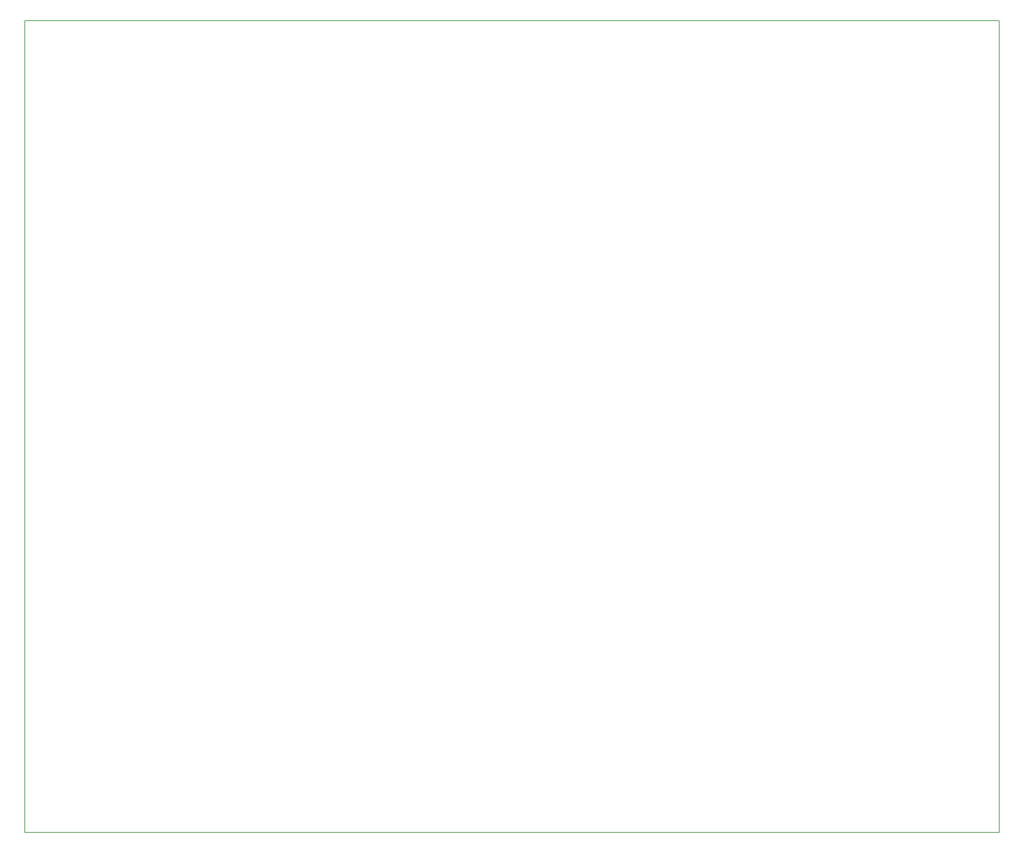
<source format=gm1>
G04 #@! TF.FileFunction,Profile,NP*
%FSLAX46Y46*%
G04 Gerber Fmt 4.6, Leading zero omitted, Abs format (unit mm)*
G04 Created by KiCad (PCBNEW 4.0.7-e2-6376~58~ubuntu17.04.1) date Sun Oct 22 18:17:48 2017*
%MOMM*%
%LPD*%
G01*
G04 APERTURE LIST*
%ADD10C,0.100000*%
%ADD11C,0.150000*%
G04 APERTURE END LIST*
D10*
D11*
X15000000Y-215000000D02*
X15000000Y-15000000D01*
X255000000Y-215000000D02*
X15000000Y-215000000D01*
X255000000Y-15000000D02*
X255000000Y-215000000D01*
X15000000Y-15000000D02*
X255000000Y-15000000D01*
M02*

</source>
